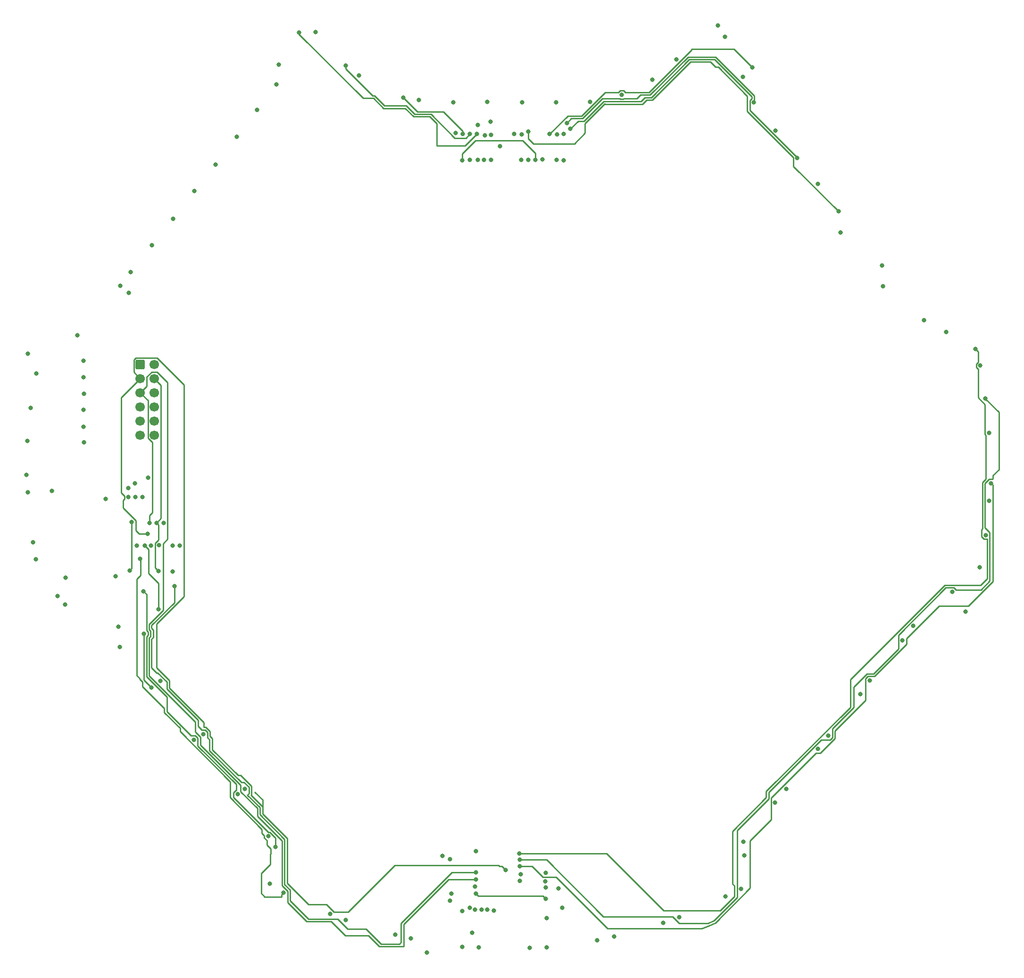
<source format=gbr>
%TF.GenerationSoftware,KiCad,Pcbnew,8.0.0-dirty*%
%TF.CreationDate,2024-03-12T22:30:07-04:00*%
%TF.ProjectId,RCJ_Open_LinePCB,52434a5f-4f70-4656-9e5f-4c696e655043,rev?*%
%TF.SameCoordinates,Original*%
%TF.FileFunction,Copper,L2,Inr*%
%TF.FilePolarity,Positive*%
%FSLAX46Y46*%
G04 Gerber Fmt 4.6, Leading zero omitted, Abs format (unit mm)*
G04 Created by KiCad (PCBNEW 8.0.0-dirty) date 2024-03-12 22:30:07*
%MOMM*%
%LPD*%
G01*
G04 APERTURE LIST*
G04 Aperture macros list*
%AMRoundRect*
0 Rectangle with rounded corners*
0 $1 Rounding radius*
0 $2 $3 $4 $5 $6 $7 $8 $9 X,Y pos of 4 corners*
0 Add a 4 corners polygon primitive as box body*
4,1,4,$2,$3,$4,$5,$6,$7,$8,$9,$2,$3,0*
0 Add four circle primitives for the rounded corners*
1,1,$1+$1,$2,$3*
1,1,$1+$1,$4,$5*
1,1,$1+$1,$6,$7*
1,1,$1+$1,$8,$9*
0 Add four rect primitives between the rounded corners*
20,1,$1+$1,$2,$3,$4,$5,0*
20,1,$1+$1,$4,$5,$6,$7,0*
20,1,$1+$1,$6,$7,$8,$9,0*
20,1,$1+$1,$8,$9,$2,$3,0*%
G04 Aperture macros list end*
%TA.AperFunction,ComponentPad*%
%ADD10RoundRect,0.250000X-0.600000X-0.600000X0.600000X-0.600000X0.600000X0.600000X-0.600000X0.600000X0*%
%TD*%
%TA.AperFunction,ComponentPad*%
%ADD11C,1.700000*%
%TD*%
%TA.AperFunction,ViaPad*%
%ADD12C,0.800000*%
%TD*%
%TA.AperFunction,Conductor*%
%ADD13C,0.250000*%
%TD*%
G04 APERTURE END LIST*
D10*
%TO.N,CS3*%
%TO.C,J1*%
X36565000Y-76360000D03*
D11*
%TO.N,CS2*%
X39105000Y-76360000D03*
%TO.N,MOSI*%
X36565000Y-78900000D03*
%TO.N,MISO*%
X39105000Y-78900000D03*
%TO.N,SCK1*%
X36565000Y-81440000D03*
%TO.N,CS1*%
X39105000Y-81440000D03*
%TO.N,CS4*%
X36565000Y-83980000D03*
%TO.N,CS5*%
X39105000Y-83980000D03*
%TO.N,5V*%
X36565000Y-86520000D03*
%TO.N,GND*%
X39105000Y-86520000D03*
%TO.N,CS6*%
X36565000Y-89060000D03*
%TO.N,3.3V*%
X39105000Y-89060000D03*
%TD*%
D12*
%TO.N,GND*%
X141530000Y-17550000D03*
X123000000Y-27930000D03*
X96660000Y-170090000D03*
X109332800Y-170234000D03*
X32160000Y-114340000D03*
X141570000Y-171900000D03*
X187340000Y-76560000D03*
X16370000Y-74420000D03*
X150610000Y-34340000D03*
X173380000Y-125870000D03*
X82320000Y-178730000D03*
X47874439Y-142743542D03*
X99550000Y-39592800D03*
X130390000Y-176590000D03*
X158230000Y-43970000D03*
X34470000Y-63470000D03*
X188920000Y-88620000D03*
X42480000Y-50170000D03*
X75840000Y-24470000D03*
X144960000Y-164480000D03*
X68050000Y-16660000D03*
X55320000Y-152540000D03*
X132820000Y-21540000D03*
X162260000Y-52630000D03*
X106230000Y-39620000D03*
X150530000Y-155000000D03*
X144730000Y-24680000D03*
X50100000Y-40470000D03*
X182320000Y-117130000D03*
X188920000Y-100860000D03*
X86590000Y-28900000D03*
X40140000Y-133200000D03*
X181260000Y-70540000D03*
X16920000Y-84180000D03*
X94330000Y-180910000D03*
X17340000Y-108300000D03*
X98850000Y-29230000D03*
X106471468Y-181071643D03*
X165830000Y-135560000D03*
X34840000Y-59790000D03*
X61380000Y-22520000D03*
X169890000Y-62320000D03*
X21730000Y-117920000D03*
X94360000Y-174490000D03*
X111240000Y-29250000D03*
X158220000Y-145350000D03*
X59780000Y-169620000D03*
X16160000Y-96150000D03*
X96820000Y-163720000D03*
X118530000Y-179710000D03*
X59540000Y-161060000D03*
X70660000Y-175030000D03*
X187230000Y-112770000D03*
X32670000Y-123420000D03*
X57550000Y-30660000D03*
X112540000Y-39730000D03*
%TO.N,Ch40*%
X53890000Y-35470000D03*
X99520000Y-35100000D03*
%TO.N,3.3V*%
X109332800Y-172290000D03*
X87970000Y-181930000D03*
X104960000Y-39620000D03*
X35020000Y-104660000D03*
X96806500Y-171355000D03*
X34690000Y-113370000D03*
X101140000Y-37150000D03*
%TO.N,Ch36*%
X94470000Y-34970000D03*
X83770000Y-28420000D03*
%TO.N,Ch39*%
X98390000Y-35190000D03*
X61020000Y-26090000D03*
%TO.N,Ch35*%
X92780000Y-29320000D03*
X93170000Y-34820000D03*
%TO.N,Ch38*%
X65080000Y-16770000D03*
X97010000Y-34970000D03*
%TO.N,Ch34*%
X105080000Y-29270000D03*
X97170000Y-33370000D03*
%TO.N,Ch33*%
X117310000Y-29160000D03*
X99440000Y-32730000D03*
%TO.N,Ch37*%
X73410000Y-22680000D03*
X95740000Y-34970000D03*
%TO.N,Ch32*%
X128470000Y-25230000D03*
X112580000Y-34997200D03*
%TO.N,Ch28*%
X113740000Y-34070000D03*
X154510000Y-39280000D03*
%TO.N,Ch31*%
X140280000Y-15460000D03*
X111390000Y-35010000D03*
%TO.N,Ch27*%
X161937240Y-48878055D03*
X106230000Y-34565000D03*
%TO.N,Ch30*%
X146420000Y-23040000D03*
X110040000Y-34997200D03*
%TO.N,Ch26*%
X105000000Y-35010000D03*
X169720000Y-58590000D03*
%TO.N,Ch25*%
X177207131Y-68383151D03*
X103690000Y-34997200D03*
%TO.N,Ch29*%
X113180000Y-32970000D03*
X146710000Y-29260000D03*
%TO.N,Ch16*%
X152490000Y-152550000D03*
X100011712Y-174368288D03*
%TO.N,Ch8*%
X43605000Y-108838600D03*
X73480000Y-176060000D03*
%TO.N,Ch4*%
X46167652Y-143723054D03*
X38490000Y-108838600D03*
%TO.N,Ch24*%
X104603747Y-164136253D03*
X186470000Y-73600000D03*
%TO.N,Ch12*%
X96645474Y-174253401D03*
X121640000Y-179080000D03*
%TO.N,Ch20*%
X104710000Y-169029200D03*
X184670000Y-120750000D03*
%TO.N,Ch7*%
X42369000Y-108838600D03*
X62290000Y-171200000D03*
X36530000Y-111206149D03*
%TO.N,Ch3*%
X37240000Y-124680000D03*
X38560000Y-134320000D03*
X39850000Y-120290000D03*
X37385000Y-108838600D03*
%TO.N,Ch15*%
X144800000Y-162030000D03*
X92183700Y-165151000D03*
%TO.N,Ch23*%
X188280000Y-82460000D03*
X104710000Y-165300000D03*
%TO.N,Ch11*%
X109530000Y-180970000D03*
X95710000Y-173900000D03*
%TO.N,Ch19*%
X175320000Y-123280000D03*
X111600000Y-170430000D03*
%TO.N,Ch6*%
X60860000Y-162990000D03*
X37140000Y-117060000D03*
%TO.N,Ch2*%
X32870000Y-127090000D03*
X35930000Y-108890000D03*
%TO.N,Ch14*%
X98860000Y-174230000D03*
X144410000Y-170510000D03*
%TO.N,Ch10*%
X92430000Y-171330000D03*
X97300000Y-180990000D03*
%TO.N,Ch22*%
X189240000Y-97700000D03*
X104710000Y-166424000D03*
%TO.N,Ch18*%
X167500000Y-133060000D03*
X112340000Y-173930000D03*
%TO.N,Ch1*%
X23100000Y-119420000D03*
X23170000Y-114640000D03*
%TO.N,Ch5*%
X54021790Y-153530500D03*
X39940000Y-108824271D03*
%TO.N,Ch9*%
X92183700Y-172625000D03*
X85120000Y-179410000D03*
%TO.N,Ch13*%
X97800000Y-174260000D03*
X133288161Y-175601133D03*
%TO.N,Ch17*%
X160090000Y-143000000D03*
X109500000Y-175740000D03*
%TO.N,Ch21*%
X104860000Y-167890000D03*
X188330000Y-106990000D03*
%TO.N,MOSI*%
X97190000Y-39592800D03*
X37900000Y-106720000D03*
X102170000Y-167149000D03*
X40740000Y-104850000D03*
%TO.N,MISO*%
X108740000Y-39550000D03*
X96806500Y-167545000D03*
X95740000Y-39592800D03*
X39835000Y-113461400D03*
X109332800Y-167593949D03*
X39480000Y-104792800D03*
X42710000Y-116140000D03*
%TO.N,SCK1*%
X107500000Y-39620000D03*
X109250000Y-169130000D03*
X94338747Y-39724053D03*
X96806500Y-168815000D03*
X38210000Y-104792800D03*
%TO.N,CS1*%
X42350000Y-113510000D03*
X26330000Y-75690000D03*
%TO.N,CS2*%
X90758767Y-164625518D03*
X26370000Y-78630000D03*
%TO.N,CS3*%
X96170000Y-178410000D03*
X26440000Y-81580000D03*
%TO.N,CS4*%
X111310000Y-39620000D03*
X26380000Y-84470000D03*
%TO.N,CS5*%
X98280000Y-39592800D03*
X26400000Y-87510000D03*
%TO.N,Ch48*%
X30330000Y-100470000D03*
X17840000Y-111310000D03*
%TO.N,Ch44*%
X25310000Y-71110000D03*
X38005000Y-96720000D03*
%TO.N,Ch47*%
X16350000Y-99290000D03*
X20730000Y-99080000D03*
%TO.N,Ch43*%
X32960000Y-62210000D03*
X36950000Y-100130000D03*
%TO.N,Ch46*%
X34370000Y-98540000D03*
X16330000Y-90110000D03*
%TO.N,Ch42*%
X38610000Y-54980000D03*
X35670000Y-100170000D03*
%TO.N,Ch41*%
X34440000Y-100190000D03*
X46230000Y-45210000D03*
%TO.N,Ch45*%
X17860000Y-78000000D03*
X35620000Y-97670000D03*
%TO.N,CS6*%
X26420000Y-90370000D03*
%TD*%
D13*
%TO.N,3.3V*%
X34690000Y-113370000D02*
X34630000Y-113370000D01*
X35020000Y-104660000D02*
X35020000Y-112980000D01*
X96806500Y-171355000D02*
X96781500Y-171380000D01*
X97211500Y-171760000D02*
X96806500Y-171355000D01*
X34630000Y-113370000D02*
X34650000Y-113350000D01*
X35020000Y-112980000D02*
X34690000Y-113310000D01*
X109332800Y-172290000D02*
X108802800Y-171760000D01*
X108802800Y-171760000D02*
X97211500Y-171760000D01*
X34690000Y-113310000D02*
X34690000Y-113370000D01*
%TO.N,Ch36*%
X91001701Y-30960000D02*
X86310000Y-30960000D01*
X94470000Y-34970000D02*
X94470000Y-34428299D01*
X94470000Y-34428299D02*
X91001701Y-30960000D01*
X86310000Y-30960000D02*
X83770000Y-28420000D01*
%TO.N,Ch38*%
X80240000Y-30350000D02*
X84110000Y-30350000D01*
X65010000Y-16770000D02*
X65010000Y-16980000D01*
X76580000Y-28560000D02*
X78450000Y-28560000D01*
X78450000Y-28560000D02*
X80240000Y-30350000D01*
X89760000Y-33095306D02*
X89760000Y-37090000D01*
X76580000Y-28550000D02*
X76580000Y-28560000D01*
X65010000Y-16980000D02*
X76580000Y-28550000D01*
X89760000Y-37090000D02*
X94890000Y-37090000D01*
X94890000Y-37090000D02*
X97010000Y-34970000D01*
X85620000Y-31860000D02*
X88524695Y-31860000D01*
X88524695Y-31860000D02*
X89760000Y-33095306D01*
X84110000Y-30350000D02*
X85620000Y-31860000D01*
%TO.N,Ch37*%
X73410000Y-23260000D02*
X73410000Y-22800000D01*
X93019695Y-35695000D02*
X88734695Y-31410000D01*
X78636396Y-28110000D02*
X78260000Y-28110000D01*
X95015000Y-35695000D02*
X93019695Y-35695000D01*
X84296396Y-29900000D02*
X80426396Y-29900000D01*
X88734695Y-31410000D02*
X85806396Y-31410000D01*
X80426396Y-29900000D02*
X78636396Y-28110000D01*
X95740000Y-34970000D02*
X95015000Y-35695000D01*
X78260000Y-28110000D02*
X73410000Y-23260000D01*
X85806396Y-31410000D02*
X84296396Y-29900000D01*
X73410000Y-22680000D02*
X73530000Y-22680000D01*
X73410000Y-22800000D02*
X73460000Y-22800000D01*
X73410000Y-22800000D02*
X73410000Y-22680000D01*
X73530000Y-22680000D02*
X73410000Y-22800000D01*
%TO.N,Ch28*%
X113740000Y-34070000D02*
X115160000Y-32650000D01*
X146300000Y-28276396D02*
X146300000Y-28644695D01*
X145985000Y-28959695D02*
X145985000Y-30745000D01*
X145985000Y-30745000D02*
X154470000Y-39230000D01*
X126405000Y-29105000D02*
X127090000Y-28420000D01*
X154510000Y-39280000D02*
X154470000Y-39250000D01*
X154470000Y-39230000D02*
X154510000Y-39280000D01*
X135110000Y-21593198D02*
X139616802Y-21593198D01*
X115160000Y-32650000D02*
X116220000Y-32650000D01*
X119790000Y-29080000D02*
X119815000Y-29105000D01*
X128283198Y-28420000D02*
X135110000Y-21593198D01*
X119815000Y-29105000D02*
X126405000Y-29105000D01*
X146300000Y-28644695D02*
X145985000Y-28959695D01*
X116220000Y-32650000D02*
X119790000Y-29080000D01*
X139616802Y-21593198D02*
X146300000Y-28276396D01*
X127090000Y-28420000D02*
X128283198Y-28420000D01*
%TO.N,Ch27*%
X106230000Y-34565000D02*
X106230000Y-35830000D01*
X127450000Y-28870000D02*
X128469594Y-28870000D01*
X128469594Y-28870000D02*
X135296396Y-22043198D01*
X145535000Y-30931396D02*
X153785000Y-39181396D01*
X135296396Y-22043198D02*
X138883198Y-22043198D01*
X120000000Y-29630000D02*
X126690000Y-29630000D01*
X153785000Y-39181396D02*
X153785000Y-40765000D01*
X106230000Y-34565000D02*
X106230000Y-34660000D01*
X116406396Y-33100000D02*
X119938198Y-29568198D01*
X138883198Y-22043198D02*
X139781802Y-22941802D01*
X106230000Y-34660000D02*
X106210000Y-34680000D01*
X107130000Y-36730000D02*
X114500000Y-36730000D01*
X116406396Y-34823604D02*
X116406396Y-33100000D01*
X126690000Y-29630000D02*
X127450000Y-28870000D01*
X106230000Y-35830000D02*
X107130000Y-36730000D01*
X114500000Y-36730000D02*
X116406396Y-34823604D01*
X119938198Y-29568198D02*
X120000000Y-29630000D01*
X145535000Y-28147792D02*
X145535000Y-30931396D01*
X140329010Y-22941802D02*
X145535000Y-28147792D01*
X139781802Y-22941802D02*
X140329010Y-22941802D01*
X153785000Y-40765000D02*
X161900000Y-48880000D01*
%TO.N,Ch30*%
X113287200Y-31750000D02*
X115745305Y-31750000D01*
X122699695Y-27205000D02*
X123300305Y-27205000D01*
X115745305Y-31750000D02*
X119975305Y-27520000D01*
X143140000Y-19760000D02*
X146270000Y-22890000D01*
X127870000Y-27520000D02*
X135520000Y-19870000D01*
X123300305Y-27205000D02*
X123615305Y-27520000D01*
X135520000Y-19870000D02*
X135520000Y-19760000D01*
X119975305Y-27520000D02*
X122384695Y-27520000D01*
X146270000Y-22890000D02*
X146480000Y-22890000D01*
X122384695Y-27520000D02*
X122699695Y-27205000D01*
X110040000Y-34997200D02*
X113287200Y-31750000D01*
X123615305Y-27520000D02*
X127870000Y-27520000D01*
X135520000Y-19760000D02*
X143140000Y-19760000D01*
%TO.N,Ch29*%
X139803198Y-21143198D02*
X146750000Y-28090000D01*
X146710000Y-29260000D02*
X146750000Y-29300000D01*
X123325305Y-28630000D02*
X125660000Y-28630000D01*
X113180000Y-32970000D02*
X113950000Y-32200000D01*
X126320000Y-27970000D02*
X128056396Y-27970000D01*
X134883198Y-21143198D02*
X139803198Y-21143198D01*
X113950000Y-32200000D02*
X115931701Y-32200000D01*
X125660000Y-28630000D02*
X126320000Y-27970000D01*
X119501701Y-28630000D02*
X122674695Y-28630000D01*
X128056396Y-27970000D02*
X134883198Y-21143198D01*
X122674695Y-28630000D02*
X122699695Y-28655000D01*
X115931701Y-32200000D02*
X119501701Y-28630000D01*
X122699695Y-28655000D02*
X123300305Y-28655000D01*
X123300305Y-28655000D02*
X123325305Y-28630000D01*
X146750000Y-28090000D02*
X146750000Y-29220000D01*
X146750000Y-29220000D02*
X146710000Y-29260000D01*
X146750000Y-29300000D02*
X146750000Y-29350000D01*
%TO.N,Ch24*%
X142830000Y-169618299D02*
X142830000Y-160173604D01*
X142830000Y-160173604D02*
X148905000Y-154098604D01*
X140691075Y-174426133D02*
X143235000Y-171882208D01*
X187605000Y-107290305D02*
X187605000Y-105961396D01*
X188310000Y-96968299D02*
X188310000Y-89035305D01*
X188195000Y-88920305D02*
X188195000Y-83525000D01*
X187445000Y-115955000D02*
X188605000Y-114795000D01*
X164020000Y-137888299D02*
X164020000Y-132918299D01*
X187745000Y-105821396D02*
X187745000Y-97533299D01*
X143235000Y-171882208D02*
X143235000Y-170023299D01*
X164020000Y-132918299D02*
X180983299Y-115955000D01*
X148905000Y-153003299D02*
X164020000Y-137888299D01*
X186940000Y-82270000D02*
X186940000Y-77185305D01*
X143235000Y-170023299D02*
X142830000Y-169618299D01*
X186470000Y-73600000D02*
X186500000Y-73630000D01*
X186615000Y-76860305D02*
X186615000Y-76259695D01*
X186615000Y-76259695D02*
X186940000Y-75934695D01*
X120234350Y-164136253D02*
X130524230Y-174426133D01*
X148905000Y-154098604D02*
X148905000Y-153003299D01*
X188605000Y-107715000D02*
X188029695Y-107715000D01*
X188195000Y-83525000D02*
X186940000Y-82270000D01*
X104603747Y-164136253D02*
X120234350Y-164136253D01*
X188310000Y-89035305D02*
X188195000Y-88920305D01*
X188605000Y-114795000D02*
X188605000Y-107715000D01*
X186940000Y-77185305D02*
X186615000Y-76860305D01*
X186940000Y-75934695D02*
X186940000Y-74070000D01*
X188029695Y-107715000D02*
X187605000Y-107290305D01*
X130524230Y-174426133D02*
X140691075Y-174426133D01*
X187605000Y-105961396D02*
X187745000Y-105821396D01*
X186940000Y-74070000D02*
X186470000Y-73600000D01*
X187745000Y-97533299D02*
X188310000Y-96968299D01*
X180983299Y-115955000D02*
X187445000Y-115955000D01*
%TO.N,Ch7*%
X58815000Y-160955000D02*
X58815000Y-161360305D01*
X40865000Y-138831396D02*
X43685000Y-141651396D01*
X59880000Y-164340000D02*
X59880000Y-166110000D01*
X36981802Y-134161802D02*
X40865000Y-138045000D01*
X36410000Y-132660000D02*
X36410000Y-132806396D01*
X58290000Y-167700000D02*
X58290000Y-171290000D01*
X58410000Y-159830000D02*
X58410000Y-160550000D01*
X35970000Y-114870000D02*
X35970000Y-132220000D01*
X43685000Y-142265000D02*
X52700000Y-151280000D01*
X61960000Y-171910000D02*
X61960000Y-171530000D01*
X58290000Y-171290000D02*
X58910000Y-171910000D01*
X60020000Y-164200000D02*
X59880000Y-164340000D01*
X36981802Y-133378198D02*
X36981802Y-134161802D01*
X36640000Y-111316149D02*
X36640000Y-114200000D01*
X40865000Y-138045000D02*
X40865000Y-138831396D01*
X36640000Y-114200000D02*
X35970000Y-114870000D01*
X58815000Y-161360305D02*
X59272348Y-161817652D01*
X59880000Y-166110000D02*
X58290000Y-167700000D01*
X61960000Y-171530000D02*
X62290000Y-171200000D01*
X59272348Y-162608140D02*
X60020000Y-163355791D01*
X59272348Y-161817652D02*
X59272348Y-162608140D01*
X52700000Y-154120000D02*
X58410000Y-159830000D01*
X36530000Y-111206149D02*
X36640000Y-111316149D01*
X43685000Y-141651396D02*
X43685000Y-142265000D01*
X52700000Y-151280000D02*
X52700000Y-154120000D01*
X58910000Y-171910000D02*
X61960000Y-171910000D01*
X36410000Y-132806396D02*
X36981802Y-133378198D01*
X58410000Y-160550000D02*
X58815000Y-160955000D01*
X35970000Y-132220000D02*
X36410000Y-132660000D01*
X60020000Y-163355791D02*
X60020000Y-164200000D01*
%TO.N,Ch3*%
X37240000Y-124680000D02*
X37240000Y-133000000D01*
X38055000Y-113840305D02*
X39850000Y-115635305D01*
X37385000Y-108838600D02*
X38055000Y-109508600D01*
X37240000Y-133000000D02*
X38500000Y-134260000D01*
X38500000Y-134260000D02*
X38500000Y-134360000D01*
X39850000Y-115635305D02*
X39850000Y-120290000D01*
X38055000Y-109508600D02*
X38055000Y-113840305D01*
%TO.N,Ch23*%
X143685000Y-172068604D02*
X143685000Y-160035000D01*
X164639344Y-137905351D02*
X164639344Y-134258955D01*
X158819695Y-143725000D02*
X160390305Y-143725000D01*
X181169695Y-116405000D02*
X182620305Y-116405000D01*
X188939695Y-96975000D02*
X189540305Y-96975000D01*
X189640000Y-96274695D02*
X190700000Y-95214695D01*
X168148604Y-131885000D02*
X172655000Y-127378604D01*
X139562429Y-176191175D02*
X143685000Y-172068604D01*
X190700000Y-95214695D02*
X190700000Y-84920000D01*
X172655000Y-127378604D02*
X172655000Y-124919695D01*
X187503604Y-116790000D02*
X189055000Y-115238604D01*
X172655000Y-124919695D02*
X181169695Y-116405000D01*
X188280000Y-82500000D02*
X188280000Y-82460000D01*
X119670000Y-175490000D02*
X132100000Y-175490000D01*
X183005305Y-116790000D02*
X187503604Y-116790000D01*
X138487295Y-176672651D02*
X139562429Y-176191175D01*
X190700000Y-84920000D02*
X188280000Y-82500000D01*
X133282651Y-176672651D02*
X138487295Y-176672651D01*
X188195000Y-97719695D02*
X188939695Y-96975000D01*
X164639344Y-134258955D02*
X167013299Y-131885000D01*
X143685000Y-160035000D02*
X149355000Y-154365000D01*
X182620305Y-116405000D02*
X183005305Y-116790000D01*
X104710000Y-165300000D02*
X109480000Y-165300000D01*
X160815000Y-141729695D02*
X164639344Y-137905351D01*
X189540305Y-96975000D02*
X189640000Y-96875305D01*
X149355000Y-153189695D02*
X158819695Y-143725000D01*
X188280000Y-82460000D02*
X188320000Y-82460000D01*
X189640000Y-96875305D02*
X189640000Y-96274695D01*
X189055000Y-106495000D02*
X188195000Y-105635000D01*
X149355000Y-154365000D02*
X149355000Y-153189695D01*
X109480000Y-165300000D02*
X119670000Y-175490000D01*
X188320000Y-82460000D02*
X188280000Y-82500000D01*
X188195000Y-105635000D02*
X188195000Y-97719695D01*
X160815000Y-143300305D02*
X160815000Y-141729695D01*
X189055000Y-115238604D02*
X189055000Y-106495000D01*
X132100000Y-175490000D02*
X133282651Y-176672651D01*
X160390305Y-143725000D02*
X160815000Y-143300305D01*
X167013299Y-131885000D02*
X168148604Y-131885000D01*
%TO.N,Ch6*%
X46467957Y-142998054D02*
X46892652Y-143422749D01*
X37690000Y-125255305D02*
X37690000Y-132424695D01*
X41315000Y-136049695D02*
X41315000Y-138645000D01*
X37965000Y-124980305D02*
X37690000Y-125255305D01*
X53780000Y-152805000D02*
X53719695Y-152805000D01*
X45668054Y-142998054D02*
X46467957Y-142998054D01*
X53295000Y-153229695D02*
X53295000Y-154078604D01*
X60860000Y-161354695D02*
X60860000Y-162990000D01*
X41315000Y-138645000D02*
X45668054Y-142998054D01*
X59840305Y-160335000D02*
X60860000Y-161354695D01*
X59551396Y-160335000D02*
X59840305Y-160335000D01*
X37690000Y-132424695D02*
X41315000Y-136049695D01*
X53295000Y-154078604D02*
X59551396Y-160335000D01*
X37965000Y-124379695D02*
X37965000Y-124980305D01*
X53719695Y-152805000D02*
X53295000Y-153229695D01*
X37680000Y-124094695D02*
X37965000Y-124379695D01*
X46892652Y-144836256D02*
X53780000Y-151723604D01*
X37680000Y-117600000D02*
X37680000Y-124094695D01*
X53780000Y-151723604D02*
X53780000Y-152805000D01*
X37140000Y-117060000D02*
X37680000Y-117600000D01*
X46892652Y-143422749D02*
X46892652Y-144836256D01*
%TO.N,Ch22*%
X161265000Y-142125000D02*
X166775000Y-136615000D01*
X111195000Y-168405000D02*
X120430000Y-177640000D01*
X179960000Y-119730000D02*
X185200000Y-119730000D01*
X158623498Y-146128203D02*
X161265000Y-143486701D01*
X106892754Y-166424000D02*
X108873754Y-168405000D01*
X174105000Y-125585000D02*
X179960000Y-119730000D01*
X149805000Y-158075000D02*
X149805000Y-154209695D01*
X185200000Y-119730000D02*
X189645000Y-115285000D01*
X157886492Y-146128203D02*
X158623498Y-146128203D01*
X167199695Y-132335000D02*
X168335000Y-132335000D01*
X104710000Y-166424000D02*
X106892754Y-166424000D01*
X120430000Y-177640000D02*
X137354848Y-177640000D01*
X189645000Y-115285000D02*
X189645000Y-97995000D01*
X161265000Y-143486701D02*
X161265000Y-142125000D01*
X108873754Y-168405000D02*
X111195000Y-168405000D01*
X166775000Y-132759695D02*
X167199695Y-132335000D01*
X166775000Y-136615000D02*
X166775000Y-132759695D01*
X174105000Y-126565000D02*
X174105000Y-125585000D01*
X138666905Y-177085280D02*
X139822008Y-176567992D01*
X137354848Y-177640000D02*
X138666905Y-177085280D01*
X189645000Y-97995000D02*
X189380000Y-97730000D01*
X146020000Y-170370000D02*
X146020000Y-161860000D01*
X139822008Y-176567992D02*
X146020000Y-170370000D01*
X168335000Y-132335000D02*
X174105000Y-126565000D01*
X149805000Y-154209695D02*
X157886492Y-146128203D01*
X146020000Y-161860000D02*
X149805000Y-158075000D01*
%TO.N,MOSI*%
X33460000Y-100745305D02*
X33715000Y-100490305D01*
X102170000Y-167149000D02*
X101501000Y-166480000D01*
X36330000Y-106720000D02*
X35745000Y-106135000D01*
X62920000Y-161850000D02*
X62920000Y-161413604D01*
X47920000Y-140611902D02*
X41765000Y-134456902D01*
X33460000Y-102074695D02*
X33460000Y-100745305D01*
X49465000Y-143485561D02*
X49049439Y-143070000D01*
X49465000Y-145499416D02*
X49465000Y-143485561D01*
X41765000Y-133080000D02*
X39499048Y-130814048D01*
X54583604Y-150132208D02*
X54097792Y-150132208D01*
X35745000Y-104359695D02*
X33460000Y-102074695D01*
X71335305Y-174680000D02*
X69985305Y-173330000D01*
X35771827Y-75140000D02*
X35390000Y-75521827D01*
X58528198Y-155850000D02*
X58528198Y-154538198D01*
X41765000Y-134456902D02*
X41765000Y-133080000D01*
X69985305Y-173330000D02*
X66718097Y-173330000D01*
X44380000Y-79973299D02*
X39546701Y-75140000D01*
X33715000Y-100490305D02*
X33715000Y-99950305D01*
X82234695Y-166280000D02*
X73834695Y-174680000D01*
X35390000Y-75521827D02*
X35390000Y-77725000D01*
X56495000Y-152043604D02*
X54583604Y-150132208D01*
X48292598Y-141500000D02*
X47920000Y-141500000D01*
X56495000Y-153564999D02*
X56495000Y-152043604D01*
X58528198Y-157021802D02*
X58528198Y-155850000D01*
X35745000Y-106135000D02*
X35745000Y-104359695D01*
X33160000Y-99395305D02*
X33160000Y-82305000D01*
X56424048Y-153635951D02*
X56495000Y-153564999D01*
X37900000Y-106720000D02*
X36330000Y-106720000D01*
X39499048Y-130814048D02*
X39499048Y-122939049D01*
X49049439Y-143070000D02*
X49049439Y-142256841D01*
X33715000Y-99950305D02*
X33160000Y-99395305D01*
X33160000Y-82305000D02*
X36565000Y-78900000D01*
X47920000Y-141500000D02*
X47920000Y-140611902D01*
X101501000Y-166480000D02*
X101080000Y-166480000D01*
X58528198Y-155850000D02*
X58528198Y-155740101D01*
X44380000Y-118058097D02*
X44380000Y-79973299D01*
X49049439Y-142256841D02*
X48292598Y-141500000D01*
X58528198Y-154538198D02*
X57110000Y-153120000D01*
X58528198Y-155740101D02*
X56424048Y-153635951D01*
X73834695Y-174680000D02*
X71335305Y-174680000D01*
X39499048Y-122939049D02*
X44380000Y-118058097D01*
X35390000Y-77725000D02*
X36565000Y-78900000D01*
X39546701Y-75140000D02*
X35771827Y-75140000D01*
X62920000Y-161413604D02*
X58528198Y-157021802D01*
X62920000Y-161850000D02*
X62920000Y-161720000D01*
X62920000Y-169531903D02*
X62920000Y-161850000D01*
X54097792Y-150132208D02*
X49465000Y-145499416D01*
X100880000Y-166280000D02*
X82234695Y-166280000D01*
X66718097Y-173330000D02*
X62920000Y-169531903D01*
X101080000Y-166480000D02*
X100880000Y-166280000D01*
%TO.N,MISO*%
X83070000Y-180390000D02*
X79780000Y-180390000D01*
X66745000Y-175940000D02*
X63465000Y-172660000D01*
X79780000Y-180390000D02*
X77100000Y-177710000D01*
X49015000Y-145685812D02*
X49015000Y-143745000D01*
X39508198Y-131721802D02*
X38590000Y-130803604D01*
X58030000Y-157160000D02*
X58030000Y-155878299D01*
X48599439Y-142443237D02*
X48174744Y-142018542D01*
X73770000Y-177710000D02*
X72000000Y-175940000D01*
X96806500Y-167545000D02*
X92499695Y-167545000D01*
X42710000Y-116140000D02*
X42590000Y-116140000D01*
X72000000Y-175940000D02*
X66745000Y-175940000D01*
X56045000Y-153374999D02*
X56045000Y-152230000D01*
X63465000Y-170713299D02*
X62470000Y-169718299D01*
X38580000Y-123221701D02*
X42710000Y-119091701D01*
X39835000Y-113461400D02*
X39215000Y-112841400D01*
X39480000Y-104792800D02*
X40280000Y-103992800D01*
X58030000Y-155878299D02*
X55785850Y-153634149D01*
X46902653Y-141282653D02*
X46902653Y-140230951D01*
X55180000Y-151365000D02*
X54694188Y-151365000D01*
X56045000Y-152230000D02*
X55180000Y-151365000D01*
X39810000Y-107894695D02*
X39810000Y-105122800D01*
X54694188Y-151365000D02*
X49015000Y-145685812D01*
X40280000Y-80075000D02*
X39105000Y-78900000D01*
X39687107Y-131721802D02*
X39508198Y-131721802D01*
X40280000Y-103992800D02*
X40280000Y-80075000D01*
X39215000Y-108489695D02*
X39810000Y-107894695D01*
X42710000Y-116260000D02*
X42710000Y-116260000D01*
X38590000Y-130803604D02*
X38590000Y-125628097D01*
X42710000Y-119091701D02*
X42710000Y-116140000D01*
X92499695Y-167545000D02*
X83350000Y-176694695D01*
X47638542Y-142018542D02*
X46902653Y-141282653D01*
X49015000Y-143745000D02*
X48599439Y-143329439D01*
X41315000Y-134643299D02*
X41315000Y-133349695D01*
X38865000Y-124006903D02*
X38580000Y-123721903D01*
X39810000Y-105122800D02*
X39480000Y-104792800D01*
X55785850Y-153634149D02*
X56045000Y-153374999D01*
X41315000Y-133349695D02*
X39687107Y-131721802D01*
X62470000Y-161600000D02*
X58030000Y-157160000D01*
X48599439Y-143329439D02*
X48599439Y-142443237D01*
X48174744Y-142018542D02*
X47638542Y-142018542D01*
X39215000Y-112841400D02*
X39215000Y-108489695D01*
X38590000Y-125628097D02*
X38865000Y-125353097D01*
X62470000Y-169718299D02*
X62470000Y-161600000D01*
X42590000Y-116140000D02*
X42610000Y-116160000D01*
X83350000Y-176694695D02*
X83350000Y-180110000D01*
X77100000Y-177710000D02*
X73770000Y-177710000D01*
X38580000Y-123721903D02*
X38580000Y-123221701D01*
X46902653Y-140230951D02*
X41315000Y-134643299D01*
X63465000Y-172660000D02*
X63465000Y-170713299D01*
X83350000Y-180110000D02*
X83070000Y-180390000D01*
X38865000Y-125353097D02*
X38865000Y-124006903D01*
%TO.N,SCK1*%
X62020000Y-169904695D02*
X62020000Y-161878299D01*
X79480000Y-180840000D02*
X77510000Y-178870000D01*
X37930000Y-82805000D02*
X36565000Y-81440000D01*
X37930000Y-89546701D02*
X37930000Y-82805000D01*
X38130000Y-123908299D02*
X38130000Y-123035305D01*
X38210000Y-104792800D02*
X38210000Y-103480000D01*
X83840000Y-180840000D02*
X79480000Y-180840000D01*
X77510000Y-178870000D02*
X73330000Y-178870000D01*
X96760000Y-36130000D02*
X105200000Y-36130000D01*
X96806500Y-168815000D02*
X91866091Y-168815000D01*
X40665000Y-120500305D02*
X40665000Y-108523966D01*
X38415000Y-124193299D02*
X38130000Y-123908299D01*
X91866091Y-168815000D02*
X83840000Y-176841091D01*
X41465000Y-107723966D02*
X41465000Y-79598299D01*
X63015000Y-172950305D02*
X63015000Y-170899695D01*
X73330000Y-178870000D02*
X70850000Y-176390000D01*
X57580000Y-157438299D02*
X57580000Y-156064695D01*
X38730000Y-102960000D02*
X38730000Y-90346701D01*
X105200000Y-36130000D02*
X107500000Y-38430000D01*
X40665000Y-108523966D02*
X41465000Y-107723966D01*
X47342652Y-144649860D02*
X47342652Y-143236353D01*
X46452653Y-142346354D02*
X46452653Y-140537958D01*
X39586701Y-77720000D02*
X38620000Y-77720000D01*
X94338747Y-38551253D02*
X96760000Y-36130000D01*
X38140000Y-125441701D02*
X38415000Y-125166701D01*
X62020000Y-161878299D02*
X57580000Y-157438299D01*
X107500000Y-38430000D02*
X107500000Y-39620000D01*
X54595000Y-153079695D02*
X54595000Y-151902208D01*
X37740000Y-80265000D02*
X36565000Y-81440000D01*
X38730000Y-90346701D02*
X37930000Y-89546701D01*
X94338747Y-39724053D02*
X94338747Y-38551253D01*
X38210000Y-104792800D02*
X38242800Y-104760000D01*
X38140000Y-132225305D02*
X38140000Y-125441701D01*
X38415000Y-125166701D02*
X38415000Y-124193299D01*
X83840000Y-176841091D02*
X83840000Y-180840000D01*
X37740000Y-78600000D02*
X37740000Y-80265000D01*
X38130000Y-123035305D02*
X40665000Y-120500305D01*
X63015000Y-170899695D02*
X62020000Y-169904695D01*
X54595000Y-151902208D02*
X47342652Y-144649860D01*
X70850000Y-176390000D02*
X66454695Y-176390000D01*
X66454695Y-176390000D02*
X63015000Y-172950305D01*
X38620000Y-77720000D02*
X37740000Y-78600000D01*
X38210000Y-103480000D02*
X38730000Y-102960000D01*
X47342652Y-143236353D02*
X46452653Y-142346354D01*
X57580000Y-156064695D02*
X54595000Y-153079695D01*
X46452653Y-140537958D02*
X38140000Y-132225305D01*
X41465000Y-79598299D02*
X39586701Y-77720000D01*
%TD*%
M02*

</source>
